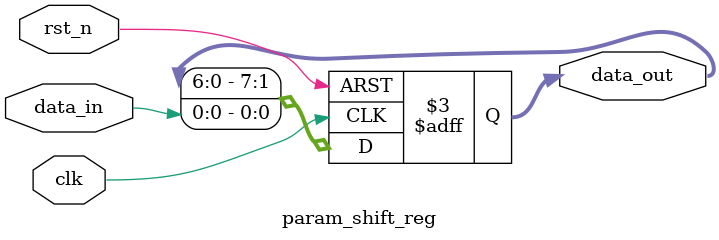
<source format=v>
`timescale 1ns / 1ps

module param_shift_reg(clk, rst_n, data_in, data_out);

parameter width = 8;

input clk, rst_n;

input data_in; //serial loading

output reg [width-1:0] data_out;

always @(posedge clk, negedge rst_n) begin

if(!rst_n) begin

data_out <= 0;

end else begin

data_out <= {data_out[width-2:0], data_in};

end

end

endmodule

</source>
